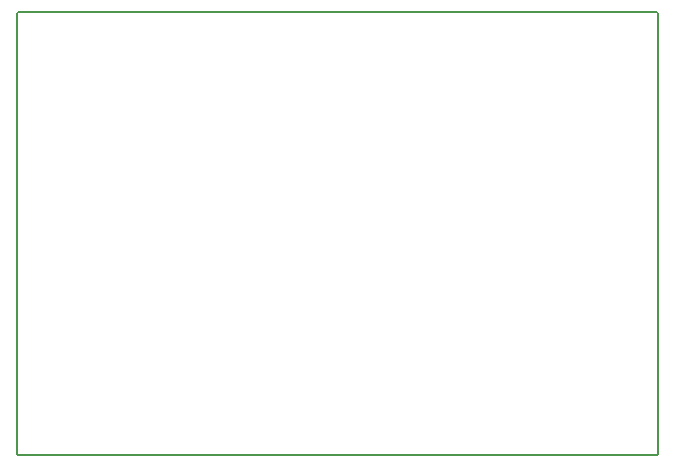
<source format=gm1>
G04*
G04 #@! TF.GenerationSoftware,Altium Limited,Altium Designer,21.1.0 (24)*
G04*
G04 Layer_Color=16711935*
%FSLAX25Y25*%
%MOIN*%
G70*
G04*
G04 #@! TF.SameCoordinates,F511F5FD-4682-4DAA-AC6C-A49189F54C52*
G04*
G04*
G04 #@! TF.FilePolarity,Positive*
G04*
G01*
G75*
%ADD43C,0.00591*%
D43*
X213295Y147000D02*
G03*
X213000Y147295I-295J0D01*
G01*
X213295Y147000D02*
G03*
X213000Y147295I-295J0D01*
G01*
X213000Y-295D02*
G03*
X213295Y-0I0J295D01*
G01*
X213000Y-295D02*
G03*
X213295Y-0I0J295D01*
G01*
X-0Y147295D02*
G03*
X-295Y147000I0J-295D01*
G01*
X-0Y147295D02*
G03*
X-295Y147000I0J-295D01*
G01*
X-295Y0D02*
G03*
X0Y-295I295J0D01*
G01*
X-295Y0D02*
G03*
X0Y-295I295J0D01*
G01*
X213295Y147000D02*
X213295Y-0D01*
X-0Y147295D02*
X213000Y147295D01*
X0Y-295D02*
X213000Y-295D01*
X-295Y147000D02*
X-295Y0D01*
M02*

</source>
